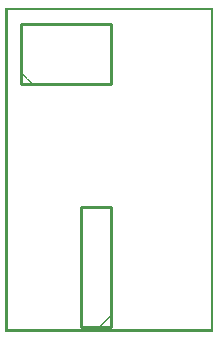
<source format=gto>
G04 MADE WITH FRITZING*
G04 WWW.FRITZING.ORG*
G04 DOUBLE SIDED*
G04 HOLES PLATED*
G04 CONTOUR ON CENTER OF CONTOUR VECTOR*
%ASAXBY*%
%FSLAX23Y23*%
%MOIN*%
%OFA0B0*%
%SFA1.0B1.0*%
%ADD10C,0.010000*%
%ADD11R,0.001000X0.001000*%
%LNSILK1*%
G90*
G70*
G54D10*
X52Y828D02*
X352Y828D01*
D02*
X352Y828D02*
X352Y1028D01*
D02*
X352Y1028D02*
X52Y1028D01*
D02*
X52Y1028D02*
X52Y828D01*
D02*
X352Y18D02*
X352Y418D01*
D02*
X352Y418D02*
X252Y418D01*
D02*
X252Y418D02*
X252Y18D01*
D02*
X252Y18D02*
X352Y18D01*
G54D11*
X0Y1080D02*
X692Y1080D01*
X0Y1079D02*
X692Y1079D01*
X0Y1078D02*
X692Y1078D01*
X0Y1077D02*
X692Y1077D01*
X0Y1076D02*
X692Y1076D01*
X0Y1075D02*
X692Y1075D01*
X0Y1074D02*
X692Y1074D01*
X0Y1073D02*
X692Y1073D01*
X0Y1072D02*
X7Y1072D01*
X685Y1072D02*
X692Y1072D01*
X0Y1071D02*
X7Y1071D01*
X685Y1071D02*
X692Y1071D01*
X0Y1070D02*
X7Y1070D01*
X685Y1070D02*
X692Y1070D01*
X0Y1069D02*
X7Y1069D01*
X685Y1069D02*
X692Y1069D01*
X0Y1068D02*
X7Y1068D01*
X685Y1068D02*
X692Y1068D01*
X0Y1067D02*
X7Y1067D01*
X685Y1067D02*
X692Y1067D01*
X0Y1066D02*
X7Y1066D01*
X685Y1066D02*
X692Y1066D01*
X0Y1065D02*
X7Y1065D01*
X685Y1065D02*
X692Y1065D01*
X0Y1064D02*
X7Y1064D01*
X685Y1064D02*
X692Y1064D01*
X0Y1063D02*
X7Y1063D01*
X685Y1063D02*
X692Y1063D01*
X0Y1062D02*
X7Y1062D01*
X685Y1062D02*
X692Y1062D01*
X0Y1061D02*
X7Y1061D01*
X685Y1061D02*
X692Y1061D01*
X0Y1060D02*
X7Y1060D01*
X685Y1060D02*
X692Y1060D01*
X0Y1059D02*
X7Y1059D01*
X685Y1059D02*
X692Y1059D01*
X0Y1058D02*
X7Y1058D01*
X685Y1058D02*
X692Y1058D01*
X0Y1057D02*
X7Y1057D01*
X685Y1057D02*
X692Y1057D01*
X0Y1056D02*
X7Y1056D01*
X685Y1056D02*
X692Y1056D01*
X0Y1055D02*
X7Y1055D01*
X685Y1055D02*
X692Y1055D01*
X0Y1054D02*
X7Y1054D01*
X685Y1054D02*
X692Y1054D01*
X0Y1053D02*
X7Y1053D01*
X685Y1053D02*
X692Y1053D01*
X0Y1052D02*
X7Y1052D01*
X685Y1052D02*
X692Y1052D01*
X0Y1051D02*
X7Y1051D01*
X685Y1051D02*
X692Y1051D01*
X0Y1050D02*
X7Y1050D01*
X685Y1050D02*
X692Y1050D01*
X0Y1049D02*
X7Y1049D01*
X685Y1049D02*
X692Y1049D01*
X0Y1048D02*
X7Y1048D01*
X685Y1048D02*
X692Y1048D01*
X0Y1047D02*
X7Y1047D01*
X685Y1047D02*
X692Y1047D01*
X0Y1046D02*
X7Y1046D01*
X685Y1046D02*
X692Y1046D01*
X0Y1045D02*
X7Y1045D01*
X685Y1045D02*
X692Y1045D01*
X0Y1044D02*
X7Y1044D01*
X685Y1044D02*
X692Y1044D01*
X0Y1043D02*
X7Y1043D01*
X685Y1043D02*
X692Y1043D01*
X0Y1042D02*
X7Y1042D01*
X685Y1042D02*
X692Y1042D01*
X0Y1041D02*
X7Y1041D01*
X685Y1041D02*
X692Y1041D01*
X0Y1040D02*
X7Y1040D01*
X685Y1040D02*
X692Y1040D01*
X0Y1039D02*
X7Y1039D01*
X685Y1039D02*
X692Y1039D01*
X0Y1038D02*
X7Y1038D01*
X685Y1038D02*
X692Y1038D01*
X0Y1037D02*
X7Y1037D01*
X685Y1037D02*
X692Y1037D01*
X0Y1036D02*
X7Y1036D01*
X685Y1036D02*
X692Y1036D01*
X0Y1035D02*
X7Y1035D01*
X685Y1035D02*
X692Y1035D01*
X0Y1034D02*
X7Y1034D01*
X685Y1034D02*
X692Y1034D01*
X0Y1033D02*
X7Y1033D01*
X685Y1033D02*
X692Y1033D01*
X0Y1032D02*
X7Y1032D01*
X685Y1032D02*
X692Y1032D01*
X0Y1031D02*
X7Y1031D01*
X685Y1031D02*
X692Y1031D01*
X0Y1030D02*
X7Y1030D01*
X685Y1030D02*
X692Y1030D01*
X0Y1029D02*
X7Y1029D01*
X685Y1029D02*
X692Y1029D01*
X0Y1028D02*
X7Y1028D01*
X685Y1028D02*
X692Y1028D01*
X0Y1027D02*
X7Y1027D01*
X685Y1027D02*
X692Y1027D01*
X0Y1026D02*
X7Y1026D01*
X685Y1026D02*
X692Y1026D01*
X0Y1025D02*
X7Y1025D01*
X685Y1025D02*
X692Y1025D01*
X0Y1024D02*
X7Y1024D01*
X685Y1024D02*
X692Y1024D01*
X0Y1023D02*
X7Y1023D01*
X685Y1023D02*
X692Y1023D01*
X0Y1022D02*
X7Y1022D01*
X685Y1022D02*
X692Y1022D01*
X0Y1021D02*
X7Y1021D01*
X685Y1021D02*
X692Y1021D01*
X0Y1020D02*
X7Y1020D01*
X685Y1020D02*
X692Y1020D01*
X0Y1019D02*
X7Y1019D01*
X685Y1019D02*
X692Y1019D01*
X0Y1018D02*
X7Y1018D01*
X685Y1018D02*
X692Y1018D01*
X0Y1017D02*
X7Y1017D01*
X685Y1017D02*
X692Y1017D01*
X0Y1016D02*
X7Y1016D01*
X685Y1016D02*
X692Y1016D01*
X0Y1015D02*
X7Y1015D01*
X685Y1015D02*
X692Y1015D01*
X0Y1014D02*
X7Y1014D01*
X685Y1014D02*
X692Y1014D01*
X0Y1013D02*
X7Y1013D01*
X685Y1013D02*
X692Y1013D01*
X0Y1012D02*
X7Y1012D01*
X685Y1012D02*
X692Y1012D01*
X0Y1011D02*
X7Y1011D01*
X685Y1011D02*
X692Y1011D01*
X0Y1010D02*
X7Y1010D01*
X685Y1010D02*
X692Y1010D01*
X0Y1009D02*
X7Y1009D01*
X685Y1009D02*
X692Y1009D01*
X0Y1008D02*
X7Y1008D01*
X685Y1008D02*
X692Y1008D01*
X0Y1007D02*
X7Y1007D01*
X685Y1007D02*
X692Y1007D01*
X0Y1006D02*
X7Y1006D01*
X685Y1006D02*
X692Y1006D01*
X0Y1005D02*
X7Y1005D01*
X685Y1005D02*
X692Y1005D01*
X0Y1004D02*
X7Y1004D01*
X685Y1004D02*
X692Y1004D01*
X0Y1003D02*
X7Y1003D01*
X685Y1003D02*
X692Y1003D01*
X0Y1002D02*
X7Y1002D01*
X685Y1002D02*
X692Y1002D01*
X0Y1001D02*
X7Y1001D01*
X685Y1001D02*
X692Y1001D01*
X0Y1000D02*
X7Y1000D01*
X685Y1000D02*
X692Y1000D01*
X0Y999D02*
X7Y999D01*
X685Y999D02*
X692Y999D01*
X0Y998D02*
X7Y998D01*
X685Y998D02*
X692Y998D01*
X0Y997D02*
X7Y997D01*
X685Y997D02*
X692Y997D01*
X0Y996D02*
X7Y996D01*
X685Y996D02*
X692Y996D01*
X0Y995D02*
X7Y995D01*
X685Y995D02*
X692Y995D01*
X0Y994D02*
X7Y994D01*
X685Y994D02*
X692Y994D01*
X0Y993D02*
X7Y993D01*
X685Y993D02*
X692Y993D01*
X0Y992D02*
X7Y992D01*
X685Y992D02*
X692Y992D01*
X0Y991D02*
X7Y991D01*
X685Y991D02*
X692Y991D01*
X0Y990D02*
X7Y990D01*
X685Y990D02*
X692Y990D01*
X0Y989D02*
X7Y989D01*
X685Y989D02*
X692Y989D01*
X0Y988D02*
X7Y988D01*
X685Y988D02*
X692Y988D01*
X0Y987D02*
X7Y987D01*
X685Y987D02*
X692Y987D01*
X0Y986D02*
X7Y986D01*
X685Y986D02*
X692Y986D01*
X0Y985D02*
X7Y985D01*
X685Y985D02*
X692Y985D01*
X0Y984D02*
X7Y984D01*
X685Y984D02*
X692Y984D01*
X0Y983D02*
X7Y983D01*
X685Y983D02*
X692Y983D01*
X0Y982D02*
X7Y982D01*
X685Y982D02*
X692Y982D01*
X0Y981D02*
X7Y981D01*
X685Y981D02*
X692Y981D01*
X0Y980D02*
X7Y980D01*
X685Y980D02*
X692Y980D01*
X0Y979D02*
X7Y979D01*
X685Y979D02*
X692Y979D01*
X0Y978D02*
X7Y978D01*
X685Y978D02*
X692Y978D01*
X0Y977D02*
X7Y977D01*
X685Y977D02*
X692Y977D01*
X0Y976D02*
X7Y976D01*
X685Y976D02*
X692Y976D01*
X0Y975D02*
X7Y975D01*
X685Y975D02*
X692Y975D01*
X0Y974D02*
X7Y974D01*
X685Y974D02*
X692Y974D01*
X0Y973D02*
X7Y973D01*
X685Y973D02*
X692Y973D01*
X0Y972D02*
X7Y972D01*
X685Y972D02*
X692Y972D01*
X0Y971D02*
X7Y971D01*
X685Y971D02*
X692Y971D01*
X0Y970D02*
X7Y970D01*
X685Y970D02*
X692Y970D01*
X0Y969D02*
X7Y969D01*
X685Y969D02*
X692Y969D01*
X0Y968D02*
X7Y968D01*
X685Y968D02*
X692Y968D01*
X0Y967D02*
X7Y967D01*
X685Y967D02*
X692Y967D01*
X0Y966D02*
X7Y966D01*
X685Y966D02*
X692Y966D01*
X0Y965D02*
X7Y965D01*
X685Y965D02*
X692Y965D01*
X0Y964D02*
X7Y964D01*
X685Y964D02*
X692Y964D01*
X0Y963D02*
X7Y963D01*
X685Y963D02*
X692Y963D01*
X0Y962D02*
X7Y962D01*
X685Y962D02*
X692Y962D01*
X0Y961D02*
X7Y961D01*
X685Y961D02*
X692Y961D01*
X0Y960D02*
X7Y960D01*
X685Y960D02*
X692Y960D01*
X0Y959D02*
X7Y959D01*
X685Y959D02*
X692Y959D01*
X0Y958D02*
X7Y958D01*
X685Y958D02*
X692Y958D01*
X0Y957D02*
X7Y957D01*
X685Y957D02*
X692Y957D01*
X0Y956D02*
X7Y956D01*
X685Y956D02*
X692Y956D01*
X0Y955D02*
X7Y955D01*
X685Y955D02*
X692Y955D01*
X0Y954D02*
X7Y954D01*
X685Y954D02*
X692Y954D01*
X0Y953D02*
X7Y953D01*
X685Y953D02*
X692Y953D01*
X0Y952D02*
X7Y952D01*
X685Y952D02*
X692Y952D01*
X0Y951D02*
X7Y951D01*
X685Y951D02*
X692Y951D01*
X0Y950D02*
X7Y950D01*
X685Y950D02*
X692Y950D01*
X0Y949D02*
X7Y949D01*
X685Y949D02*
X692Y949D01*
X0Y948D02*
X7Y948D01*
X685Y948D02*
X692Y948D01*
X0Y947D02*
X7Y947D01*
X685Y947D02*
X692Y947D01*
X0Y946D02*
X7Y946D01*
X685Y946D02*
X692Y946D01*
X0Y945D02*
X7Y945D01*
X685Y945D02*
X692Y945D01*
X0Y944D02*
X7Y944D01*
X685Y944D02*
X692Y944D01*
X0Y943D02*
X7Y943D01*
X685Y943D02*
X692Y943D01*
X0Y942D02*
X7Y942D01*
X685Y942D02*
X692Y942D01*
X0Y941D02*
X7Y941D01*
X685Y941D02*
X692Y941D01*
X0Y940D02*
X7Y940D01*
X685Y940D02*
X692Y940D01*
X0Y939D02*
X7Y939D01*
X685Y939D02*
X692Y939D01*
X0Y938D02*
X7Y938D01*
X685Y938D02*
X692Y938D01*
X0Y937D02*
X7Y937D01*
X685Y937D02*
X692Y937D01*
X0Y936D02*
X7Y936D01*
X685Y936D02*
X692Y936D01*
X0Y935D02*
X7Y935D01*
X685Y935D02*
X692Y935D01*
X0Y934D02*
X7Y934D01*
X685Y934D02*
X692Y934D01*
X0Y933D02*
X7Y933D01*
X685Y933D02*
X692Y933D01*
X0Y932D02*
X7Y932D01*
X685Y932D02*
X692Y932D01*
X0Y931D02*
X7Y931D01*
X685Y931D02*
X692Y931D01*
X0Y930D02*
X7Y930D01*
X685Y930D02*
X692Y930D01*
X0Y929D02*
X7Y929D01*
X685Y929D02*
X692Y929D01*
X0Y928D02*
X7Y928D01*
X685Y928D02*
X692Y928D01*
X0Y927D02*
X7Y927D01*
X685Y927D02*
X692Y927D01*
X0Y926D02*
X7Y926D01*
X685Y926D02*
X692Y926D01*
X0Y925D02*
X7Y925D01*
X685Y925D02*
X692Y925D01*
X0Y924D02*
X7Y924D01*
X685Y924D02*
X692Y924D01*
X0Y923D02*
X7Y923D01*
X685Y923D02*
X692Y923D01*
X0Y922D02*
X7Y922D01*
X685Y922D02*
X692Y922D01*
X0Y921D02*
X7Y921D01*
X685Y921D02*
X692Y921D01*
X0Y920D02*
X7Y920D01*
X685Y920D02*
X692Y920D01*
X0Y919D02*
X7Y919D01*
X685Y919D02*
X692Y919D01*
X0Y918D02*
X7Y918D01*
X685Y918D02*
X692Y918D01*
X0Y917D02*
X7Y917D01*
X685Y917D02*
X692Y917D01*
X0Y916D02*
X7Y916D01*
X685Y916D02*
X692Y916D01*
X0Y915D02*
X7Y915D01*
X685Y915D02*
X692Y915D01*
X0Y914D02*
X7Y914D01*
X685Y914D02*
X692Y914D01*
X0Y913D02*
X7Y913D01*
X685Y913D02*
X692Y913D01*
X0Y912D02*
X7Y912D01*
X685Y912D02*
X692Y912D01*
X0Y911D02*
X7Y911D01*
X685Y911D02*
X692Y911D01*
X0Y910D02*
X7Y910D01*
X685Y910D02*
X692Y910D01*
X0Y909D02*
X7Y909D01*
X685Y909D02*
X692Y909D01*
X0Y908D02*
X7Y908D01*
X685Y908D02*
X692Y908D01*
X0Y907D02*
X7Y907D01*
X685Y907D02*
X692Y907D01*
X0Y906D02*
X7Y906D01*
X685Y906D02*
X692Y906D01*
X0Y905D02*
X7Y905D01*
X685Y905D02*
X692Y905D01*
X0Y904D02*
X7Y904D01*
X685Y904D02*
X692Y904D01*
X0Y903D02*
X7Y903D01*
X685Y903D02*
X692Y903D01*
X0Y902D02*
X7Y902D01*
X685Y902D02*
X692Y902D01*
X0Y901D02*
X7Y901D01*
X685Y901D02*
X692Y901D01*
X0Y900D02*
X7Y900D01*
X685Y900D02*
X692Y900D01*
X0Y899D02*
X7Y899D01*
X685Y899D02*
X692Y899D01*
X0Y898D02*
X7Y898D01*
X685Y898D02*
X692Y898D01*
X0Y897D02*
X7Y897D01*
X685Y897D02*
X692Y897D01*
X0Y896D02*
X7Y896D01*
X685Y896D02*
X692Y896D01*
X0Y895D02*
X7Y895D01*
X685Y895D02*
X692Y895D01*
X0Y894D02*
X7Y894D01*
X685Y894D02*
X692Y894D01*
X0Y893D02*
X7Y893D01*
X685Y893D02*
X692Y893D01*
X0Y892D02*
X7Y892D01*
X685Y892D02*
X692Y892D01*
X0Y891D02*
X7Y891D01*
X685Y891D02*
X692Y891D01*
X0Y890D02*
X7Y890D01*
X685Y890D02*
X692Y890D01*
X0Y889D02*
X7Y889D01*
X685Y889D02*
X692Y889D01*
X0Y888D02*
X7Y888D01*
X685Y888D02*
X692Y888D01*
X0Y887D02*
X7Y887D01*
X685Y887D02*
X692Y887D01*
X0Y886D02*
X7Y886D01*
X685Y886D02*
X692Y886D01*
X0Y885D02*
X7Y885D01*
X685Y885D02*
X692Y885D01*
X0Y884D02*
X7Y884D01*
X685Y884D02*
X692Y884D01*
X0Y883D02*
X7Y883D01*
X685Y883D02*
X692Y883D01*
X0Y882D02*
X7Y882D01*
X685Y882D02*
X692Y882D01*
X0Y881D02*
X7Y881D01*
X685Y881D02*
X692Y881D01*
X0Y880D02*
X7Y880D01*
X685Y880D02*
X692Y880D01*
X0Y879D02*
X7Y879D01*
X685Y879D02*
X692Y879D01*
X0Y878D02*
X7Y878D01*
X685Y878D02*
X692Y878D01*
X0Y877D02*
X7Y877D01*
X685Y877D02*
X692Y877D01*
X0Y876D02*
X7Y876D01*
X685Y876D02*
X692Y876D01*
X0Y875D02*
X7Y875D01*
X685Y875D02*
X692Y875D01*
X0Y874D02*
X7Y874D01*
X685Y874D02*
X692Y874D01*
X0Y873D02*
X7Y873D01*
X685Y873D02*
X692Y873D01*
X0Y872D02*
X7Y872D01*
X685Y872D02*
X692Y872D01*
X0Y871D02*
X7Y871D01*
X685Y871D02*
X692Y871D01*
X0Y870D02*
X7Y870D01*
X685Y870D02*
X692Y870D01*
X0Y869D02*
X7Y869D01*
X685Y869D02*
X692Y869D01*
X0Y868D02*
X7Y868D01*
X685Y868D02*
X692Y868D01*
X0Y867D02*
X7Y867D01*
X685Y867D02*
X692Y867D01*
X0Y866D02*
X7Y866D01*
X685Y866D02*
X692Y866D01*
X0Y865D02*
X7Y865D01*
X54Y865D02*
X54Y865D01*
X685Y865D02*
X692Y865D01*
X0Y864D02*
X7Y864D01*
X53Y864D02*
X55Y864D01*
X685Y864D02*
X692Y864D01*
X0Y863D02*
X7Y863D01*
X52Y863D02*
X56Y863D01*
X685Y863D02*
X692Y863D01*
X0Y862D02*
X7Y862D01*
X51Y862D02*
X57Y862D01*
X685Y862D02*
X692Y862D01*
X0Y861D02*
X7Y861D01*
X52Y861D02*
X58Y861D01*
X685Y861D02*
X692Y861D01*
X0Y860D02*
X7Y860D01*
X53Y860D02*
X59Y860D01*
X685Y860D02*
X692Y860D01*
X0Y859D02*
X7Y859D01*
X54Y859D02*
X60Y859D01*
X685Y859D02*
X692Y859D01*
X0Y858D02*
X7Y858D01*
X55Y858D02*
X61Y858D01*
X685Y858D02*
X692Y858D01*
X0Y857D02*
X7Y857D01*
X56Y857D02*
X62Y857D01*
X685Y857D02*
X692Y857D01*
X0Y856D02*
X7Y856D01*
X57Y856D02*
X63Y856D01*
X685Y856D02*
X692Y856D01*
X0Y855D02*
X7Y855D01*
X58Y855D02*
X64Y855D01*
X685Y855D02*
X692Y855D01*
X0Y854D02*
X7Y854D01*
X59Y854D02*
X65Y854D01*
X685Y854D02*
X692Y854D01*
X0Y853D02*
X7Y853D01*
X60Y853D02*
X66Y853D01*
X685Y853D02*
X692Y853D01*
X0Y852D02*
X7Y852D01*
X61Y852D02*
X67Y852D01*
X685Y852D02*
X692Y852D01*
X0Y851D02*
X7Y851D01*
X62Y851D02*
X67Y851D01*
X685Y851D02*
X692Y851D01*
X0Y850D02*
X7Y850D01*
X63Y850D02*
X68Y850D01*
X685Y850D02*
X692Y850D01*
X0Y849D02*
X7Y849D01*
X64Y849D02*
X69Y849D01*
X685Y849D02*
X692Y849D01*
X0Y848D02*
X7Y848D01*
X65Y848D02*
X70Y848D01*
X685Y848D02*
X692Y848D01*
X0Y847D02*
X7Y847D01*
X66Y847D02*
X71Y847D01*
X685Y847D02*
X692Y847D01*
X0Y846D02*
X7Y846D01*
X67Y846D02*
X72Y846D01*
X685Y846D02*
X692Y846D01*
X0Y845D02*
X7Y845D01*
X68Y845D02*
X73Y845D01*
X685Y845D02*
X692Y845D01*
X0Y844D02*
X7Y844D01*
X69Y844D02*
X75Y844D01*
X685Y844D02*
X692Y844D01*
X0Y843D02*
X7Y843D01*
X70Y843D02*
X76Y843D01*
X685Y843D02*
X692Y843D01*
X0Y842D02*
X7Y842D01*
X71Y842D02*
X77Y842D01*
X685Y842D02*
X692Y842D01*
X0Y841D02*
X7Y841D01*
X72Y841D02*
X78Y841D01*
X685Y841D02*
X692Y841D01*
X0Y840D02*
X7Y840D01*
X73Y840D02*
X79Y840D01*
X685Y840D02*
X692Y840D01*
X0Y839D02*
X7Y839D01*
X74Y839D02*
X80Y839D01*
X685Y839D02*
X692Y839D01*
X0Y838D02*
X7Y838D01*
X75Y838D02*
X81Y838D01*
X685Y838D02*
X692Y838D01*
X0Y837D02*
X7Y837D01*
X76Y837D02*
X82Y837D01*
X685Y837D02*
X692Y837D01*
X0Y836D02*
X7Y836D01*
X77Y836D02*
X83Y836D01*
X685Y836D02*
X692Y836D01*
X0Y835D02*
X7Y835D01*
X78Y835D02*
X84Y835D01*
X685Y835D02*
X692Y835D01*
X0Y834D02*
X7Y834D01*
X79Y834D02*
X85Y834D01*
X685Y834D02*
X692Y834D01*
X0Y833D02*
X7Y833D01*
X80Y833D02*
X86Y833D01*
X685Y833D02*
X692Y833D01*
X0Y832D02*
X7Y832D01*
X81Y832D02*
X87Y832D01*
X685Y832D02*
X692Y832D01*
X0Y831D02*
X7Y831D01*
X82Y831D02*
X88Y831D01*
X685Y831D02*
X692Y831D01*
X0Y830D02*
X7Y830D01*
X83Y830D02*
X88Y830D01*
X685Y830D02*
X692Y830D01*
X0Y829D02*
X7Y829D01*
X84Y829D02*
X87Y829D01*
X685Y829D02*
X692Y829D01*
X0Y828D02*
X7Y828D01*
X85Y828D02*
X86Y828D01*
X685Y828D02*
X692Y828D01*
X0Y827D02*
X7Y827D01*
X685Y827D02*
X692Y827D01*
X0Y826D02*
X7Y826D01*
X685Y826D02*
X692Y826D01*
X0Y825D02*
X7Y825D01*
X685Y825D02*
X692Y825D01*
X0Y824D02*
X7Y824D01*
X685Y824D02*
X692Y824D01*
X0Y823D02*
X7Y823D01*
X685Y823D02*
X692Y823D01*
X0Y822D02*
X7Y822D01*
X685Y822D02*
X692Y822D01*
X0Y821D02*
X7Y821D01*
X685Y821D02*
X692Y821D01*
X0Y820D02*
X7Y820D01*
X685Y820D02*
X692Y820D01*
X0Y819D02*
X7Y819D01*
X685Y819D02*
X692Y819D01*
X0Y818D02*
X7Y818D01*
X685Y818D02*
X692Y818D01*
X0Y817D02*
X7Y817D01*
X685Y817D02*
X692Y817D01*
X0Y816D02*
X7Y816D01*
X685Y816D02*
X692Y816D01*
X0Y815D02*
X7Y815D01*
X685Y815D02*
X692Y815D01*
X0Y814D02*
X7Y814D01*
X685Y814D02*
X692Y814D01*
X0Y813D02*
X7Y813D01*
X685Y813D02*
X692Y813D01*
X0Y812D02*
X7Y812D01*
X685Y812D02*
X692Y812D01*
X0Y811D02*
X7Y811D01*
X685Y811D02*
X692Y811D01*
X0Y810D02*
X7Y810D01*
X685Y810D02*
X692Y810D01*
X0Y809D02*
X7Y809D01*
X685Y809D02*
X692Y809D01*
X0Y808D02*
X7Y808D01*
X685Y808D02*
X692Y808D01*
X0Y807D02*
X7Y807D01*
X685Y807D02*
X692Y807D01*
X0Y806D02*
X7Y806D01*
X685Y806D02*
X692Y806D01*
X0Y805D02*
X7Y805D01*
X685Y805D02*
X692Y805D01*
X0Y804D02*
X7Y804D01*
X685Y804D02*
X692Y804D01*
X0Y803D02*
X7Y803D01*
X685Y803D02*
X692Y803D01*
X0Y802D02*
X7Y802D01*
X685Y802D02*
X692Y802D01*
X0Y801D02*
X7Y801D01*
X685Y801D02*
X692Y801D01*
X0Y800D02*
X7Y800D01*
X685Y800D02*
X692Y800D01*
X0Y799D02*
X7Y799D01*
X685Y799D02*
X692Y799D01*
X0Y798D02*
X7Y798D01*
X685Y798D02*
X692Y798D01*
X0Y797D02*
X7Y797D01*
X685Y797D02*
X692Y797D01*
X0Y796D02*
X7Y796D01*
X685Y796D02*
X692Y796D01*
X0Y795D02*
X7Y795D01*
X685Y795D02*
X692Y795D01*
X0Y794D02*
X7Y794D01*
X685Y794D02*
X692Y794D01*
X0Y793D02*
X7Y793D01*
X685Y793D02*
X692Y793D01*
X0Y792D02*
X7Y792D01*
X685Y792D02*
X692Y792D01*
X0Y791D02*
X7Y791D01*
X685Y791D02*
X692Y791D01*
X0Y790D02*
X7Y790D01*
X685Y790D02*
X692Y790D01*
X0Y789D02*
X7Y789D01*
X685Y789D02*
X692Y789D01*
X0Y788D02*
X7Y788D01*
X685Y788D02*
X692Y788D01*
X0Y787D02*
X7Y787D01*
X685Y787D02*
X692Y787D01*
X0Y786D02*
X7Y786D01*
X685Y786D02*
X692Y786D01*
X0Y785D02*
X7Y785D01*
X685Y785D02*
X692Y785D01*
X0Y784D02*
X7Y784D01*
X685Y784D02*
X692Y784D01*
X0Y783D02*
X7Y783D01*
X685Y783D02*
X692Y783D01*
X0Y782D02*
X7Y782D01*
X685Y782D02*
X692Y782D01*
X0Y781D02*
X7Y781D01*
X685Y781D02*
X692Y781D01*
X0Y780D02*
X7Y780D01*
X685Y780D02*
X692Y780D01*
X0Y779D02*
X7Y779D01*
X685Y779D02*
X692Y779D01*
X0Y778D02*
X7Y778D01*
X685Y778D02*
X692Y778D01*
X0Y777D02*
X7Y777D01*
X685Y777D02*
X692Y777D01*
X0Y776D02*
X7Y776D01*
X685Y776D02*
X692Y776D01*
X0Y775D02*
X7Y775D01*
X685Y775D02*
X692Y775D01*
X0Y774D02*
X7Y774D01*
X685Y774D02*
X692Y774D01*
X0Y773D02*
X7Y773D01*
X685Y773D02*
X692Y773D01*
X0Y772D02*
X7Y772D01*
X685Y772D02*
X692Y772D01*
X0Y771D02*
X7Y771D01*
X685Y771D02*
X692Y771D01*
X0Y770D02*
X7Y770D01*
X685Y770D02*
X692Y770D01*
X0Y769D02*
X7Y769D01*
X685Y769D02*
X692Y769D01*
X0Y768D02*
X7Y768D01*
X685Y768D02*
X692Y768D01*
X0Y767D02*
X7Y767D01*
X685Y767D02*
X692Y767D01*
X0Y766D02*
X7Y766D01*
X685Y766D02*
X692Y766D01*
X0Y765D02*
X7Y765D01*
X685Y765D02*
X692Y765D01*
X0Y764D02*
X7Y764D01*
X685Y764D02*
X692Y764D01*
X0Y763D02*
X7Y763D01*
X685Y763D02*
X692Y763D01*
X0Y762D02*
X7Y762D01*
X685Y762D02*
X692Y762D01*
X0Y761D02*
X7Y761D01*
X685Y761D02*
X692Y761D01*
X0Y760D02*
X7Y760D01*
X685Y760D02*
X692Y760D01*
X0Y759D02*
X7Y759D01*
X685Y759D02*
X692Y759D01*
X0Y758D02*
X7Y758D01*
X685Y758D02*
X692Y758D01*
X0Y757D02*
X7Y757D01*
X685Y757D02*
X692Y757D01*
X0Y756D02*
X7Y756D01*
X685Y756D02*
X692Y756D01*
X0Y755D02*
X7Y755D01*
X685Y755D02*
X692Y755D01*
X0Y754D02*
X7Y754D01*
X685Y754D02*
X692Y754D01*
X0Y753D02*
X7Y753D01*
X685Y753D02*
X692Y753D01*
X0Y752D02*
X7Y752D01*
X685Y752D02*
X692Y752D01*
X0Y751D02*
X7Y751D01*
X685Y751D02*
X692Y751D01*
X0Y750D02*
X7Y750D01*
X685Y750D02*
X692Y750D01*
X0Y749D02*
X7Y749D01*
X685Y749D02*
X692Y749D01*
X0Y748D02*
X7Y748D01*
X685Y748D02*
X692Y748D01*
X0Y747D02*
X7Y747D01*
X685Y747D02*
X692Y747D01*
X0Y746D02*
X7Y746D01*
X685Y746D02*
X692Y746D01*
X0Y745D02*
X7Y745D01*
X685Y745D02*
X692Y745D01*
X0Y744D02*
X7Y744D01*
X685Y744D02*
X692Y744D01*
X0Y743D02*
X7Y743D01*
X685Y743D02*
X692Y743D01*
X0Y742D02*
X7Y742D01*
X685Y742D02*
X692Y742D01*
X0Y741D02*
X7Y741D01*
X685Y741D02*
X692Y741D01*
X0Y740D02*
X7Y740D01*
X685Y740D02*
X692Y740D01*
X0Y739D02*
X7Y739D01*
X685Y739D02*
X692Y739D01*
X0Y738D02*
X7Y738D01*
X685Y738D02*
X692Y738D01*
X0Y737D02*
X7Y737D01*
X685Y737D02*
X692Y737D01*
X0Y736D02*
X7Y736D01*
X685Y736D02*
X692Y736D01*
X0Y735D02*
X7Y735D01*
X685Y735D02*
X692Y735D01*
X0Y734D02*
X7Y734D01*
X685Y734D02*
X692Y734D01*
X0Y733D02*
X7Y733D01*
X685Y733D02*
X692Y733D01*
X0Y732D02*
X7Y732D01*
X685Y732D02*
X692Y732D01*
X0Y731D02*
X7Y731D01*
X685Y731D02*
X692Y731D01*
X0Y730D02*
X7Y730D01*
X685Y730D02*
X692Y730D01*
X0Y729D02*
X7Y729D01*
X685Y729D02*
X692Y729D01*
X0Y728D02*
X7Y728D01*
X685Y728D02*
X692Y728D01*
X0Y727D02*
X7Y727D01*
X685Y727D02*
X692Y727D01*
X0Y726D02*
X7Y726D01*
X685Y726D02*
X692Y726D01*
X0Y725D02*
X7Y725D01*
X685Y725D02*
X692Y725D01*
X0Y724D02*
X7Y724D01*
X685Y724D02*
X692Y724D01*
X0Y723D02*
X7Y723D01*
X685Y723D02*
X692Y723D01*
X0Y722D02*
X7Y722D01*
X685Y722D02*
X692Y722D01*
X0Y721D02*
X7Y721D01*
X685Y721D02*
X692Y721D01*
X0Y720D02*
X7Y720D01*
X685Y720D02*
X692Y720D01*
X0Y719D02*
X7Y719D01*
X685Y719D02*
X692Y719D01*
X0Y718D02*
X7Y718D01*
X685Y718D02*
X692Y718D01*
X0Y717D02*
X7Y717D01*
X685Y717D02*
X692Y717D01*
X0Y716D02*
X7Y716D01*
X685Y716D02*
X692Y716D01*
X0Y715D02*
X7Y715D01*
X685Y715D02*
X692Y715D01*
X0Y714D02*
X7Y714D01*
X685Y714D02*
X692Y714D01*
X0Y713D02*
X7Y713D01*
X685Y713D02*
X692Y713D01*
X0Y712D02*
X7Y712D01*
X685Y712D02*
X692Y712D01*
X0Y711D02*
X7Y711D01*
X685Y711D02*
X692Y711D01*
X0Y710D02*
X7Y710D01*
X685Y710D02*
X692Y710D01*
X0Y709D02*
X7Y709D01*
X685Y709D02*
X692Y709D01*
X0Y708D02*
X7Y708D01*
X685Y708D02*
X692Y708D01*
X0Y707D02*
X7Y707D01*
X685Y707D02*
X692Y707D01*
X0Y706D02*
X7Y706D01*
X685Y706D02*
X692Y706D01*
X0Y705D02*
X7Y705D01*
X685Y705D02*
X692Y705D01*
X0Y704D02*
X7Y704D01*
X685Y704D02*
X692Y704D01*
X0Y703D02*
X7Y703D01*
X685Y703D02*
X692Y703D01*
X0Y702D02*
X7Y702D01*
X685Y702D02*
X692Y702D01*
X0Y701D02*
X7Y701D01*
X685Y701D02*
X692Y701D01*
X0Y700D02*
X7Y700D01*
X685Y700D02*
X692Y700D01*
X0Y699D02*
X7Y699D01*
X685Y699D02*
X692Y699D01*
X0Y698D02*
X7Y698D01*
X685Y698D02*
X692Y698D01*
X0Y697D02*
X7Y697D01*
X685Y697D02*
X692Y697D01*
X0Y696D02*
X7Y696D01*
X685Y696D02*
X692Y696D01*
X0Y695D02*
X7Y695D01*
X685Y695D02*
X692Y695D01*
X0Y694D02*
X7Y694D01*
X685Y694D02*
X692Y694D01*
X0Y693D02*
X7Y693D01*
X685Y693D02*
X692Y693D01*
X0Y692D02*
X7Y692D01*
X685Y692D02*
X692Y692D01*
X0Y691D02*
X7Y691D01*
X685Y691D02*
X692Y691D01*
X0Y690D02*
X7Y690D01*
X685Y690D02*
X692Y690D01*
X0Y689D02*
X7Y689D01*
X685Y689D02*
X692Y689D01*
X0Y688D02*
X7Y688D01*
X685Y688D02*
X692Y688D01*
X0Y687D02*
X7Y687D01*
X685Y687D02*
X692Y687D01*
X0Y686D02*
X7Y686D01*
X685Y686D02*
X692Y686D01*
X0Y685D02*
X7Y685D01*
X685Y685D02*
X692Y685D01*
X0Y684D02*
X7Y684D01*
X685Y684D02*
X692Y684D01*
X0Y683D02*
X7Y683D01*
X685Y683D02*
X692Y683D01*
X0Y682D02*
X7Y682D01*
X685Y682D02*
X692Y682D01*
X0Y681D02*
X7Y681D01*
X685Y681D02*
X692Y681D01*
X0Y680D02*
X7Y680D01*
X685Y680D02*
X692Y680D01*
X0Y679D02*
X7Y679D01*
X685Y679D02*
X692Y679D01*
X0Y678D02*
X7Y678D01*
X685Y678D02*
X692Y678D01*
X0Y677D02*
X7Y677D01*
X685Y677D02*
X692Y677D01*
X0Y676D02*
X7Y676D01*
X685Y676D02*
X692Y676D01*
X0Y675D02*
X7Y675D01*
X685Y675D02*
X692Y675D01*
X0Y674D02*
X7Y674D01*
X685Y674D02*
X692Y674D01*
X0Y673D02*
X7Y673D01*
X685Y673D02*
X692Y673D01*
X0Y672D02*
X7Y672D01*
X685Y672D02*
X692Y672D01*
X0Y671D02*
X7Y671D01*
X685Y671D02*
X692Y671D01*
X0Y670D02*
X7Y670D01*
X685Y670D02*
X692Y670D01*
X0Y669D02*
X7Y669D01*
X685Y669D02*
X692Y669D01*
X0Y668D02*
X7Y668D01*
X685Y668D02*
X692Y668D01*
X0Y667D02*
X7Y667D01*
X685Y667D02*
X692Y667D01*
X0Y666D02*
X7Y666D01*
X685Y666D02*
X692Y666D01*
X0Y665D02*
X7Y665D01*
X685Y665D02*
X692Y665D01*
X0Y664D02*
X7Y664D01*
X685Y664D02*
X692Y664D01*
X0Y663D02*
X7Y663D01*
X685Y663D02*
X692Y663D01*
X0Y662D02*
X7Y662D01*
X685Y662D02*
X692Y662D01*
X0Y661D02*
X7Y661D01*
X685Y661D02*
X692Y661D01*
X0Y660D02*
X7Y660D01*
X685Y660D02*
X692Y660D01*
X0Y659D02*
X7Y659D01*
X685Y659D02*
X692Y659D01*
X0Y658D02*
X7Y658D01*
X685Y658D02*
X692Y658D01*
X0Y657D02*
X7Y657D01*
X685Y657D02*
X692Y657D01*
X0Y656D02*
X7Y656D01*
X685Y656D02*
X692Y656D01*
X0Y655D02*
X7Y655D01*
X685Y655D02*
X692Y655D01*
X0Y654D02*
X7Y654D01*
X685Y654D02*
X692Y654D01*
X0Y653D02*
X7Y653D01*
X685Y653D02*
X692Y653D01*
X0Y652D02*
X7Y652D01*
X685Y652D02*
X692Y652D01*
X0Y651D02*
X7Y651D01*
X685Y651D02*
X692Y651D01*
X0Y650D02*
X7Y650D01*
X685Y650D02*
X692Y650D01*
X0Y649D02*
X7Y649D01*
X685Y649D02*
X692Y649D01*
X0Y648D02*
X7Y648D01*
X685Y648D02*
X692Y648D01*
X0Y647D02*
X7Y647D01*
X685Y647D02*
X692Y647D01*
X0Y646D02*
X7Y646D01*
X685Y646D02*
X692Y646D01*
X0Y645D02*
X7Y645D01*
X685Y645D02*
X692Y645D01*
X0Y644D02*
X7Y644D01*
X685Y644D02*
X692Y644D01*
X0Y643D02*
X7Y643D01*
X685Y643D02*
X692Y643D01*
X0Y642D02*
X7Y642D01*
X685Y642D02*
X692Y642D01*
X0Y641D02*
X7Y641D01*
X685Y641D02*
X692Y641D01*
X0Y640D02*
X7Y640D01*
X685Y640D02*
X692Y640D01*
X0Y639D02*
X7Y639D01*
X685Y639D02*
X692Y639D01*
X0Y638D02*
X7Y638D01*
X685Y638D02*
X692Y638D01*
X0Y637D02*
X7Y637D01*
X685Y637D02*
X692Y637D01*
X0Y636D02*
X7Y636D01*
X685Y636D02*
X692Y636D01*
X0Y635D02*
X7Y635D01*
X685Y635D02*
X692Y635D01*
X0Y634D02*
X7Y634D01*
X685Y634D02*
X692Y634D01*
X0Y633D02*
X7Y633D01*
X685Y633D02*
X692Y633D01*
X0Y632D02*
X7Y632D01*
X685Y632D02*
X692Y632D01*
X0Y631D02*
X7Y631D01*
X685Y631D02*
X692Y631D01*
X0Y630D02*
X7Y630D01*
X685Y630D02*
X692Y630D01*
X0Y629D02*
X7Y629D01*
X685Y629D02*
X692Y629D01*
X0Y628D02*
X7Y628D01*
X685Y628D02*
X692Y628D01*
X0Y627D02*
X7Y627D01*
X685Y627D02*
X692Y627D01*
X0Y626D02*
X7Y626D01*
X685Y626D02*
X692Y626D01*
X0Y625D02*
X7Y625D01*
X685Y625D02*
X692Y625D01*
X0Y624D02*
X7Y624D01*
X685Y624D02*
X692Y624D01*
X0Y623D02*
X7Y623D01*
X685Y623D02*
X692Y623D01*
X0Y622D02*
X7Y622D01*
X685Y622D02*
X692Y622D01*
X0Y621D02*
X7Y621D01*
X685Y621D02*
X692Y621D01*
X0Y620D02*
X7Y620D01*
X685Y620D02*
X692Y620D01*
X0Y619D02*
X7Y619D01*
X685Y619D02*
X692Y619D01*
X0Y618D02*
X7Y618D01*
X685Y618D02*
X692Y618D01*
X0Y617D02*
X7Y617D01*
X685Y617D02*
X692Y617D01*
X0Y616D02*
X7Y616D01*
X685Y616D02*
X692Y616D01*
X0Y615D02*
X7Y615D01*
X685Y615D02*
X692Y615D01*
X0Y614D02*
X7Y614D01*
X685Y614D02*
X692Y614D01*
X0Y613D02*
X7Y613D01*
X685Y613D02*
X692Y613D01*
X0Y612D02*
X7Y612D01*
X685Y612D02*
X692Y612D01*
X0Y611D02*
X7Y611D01*
X685Y611D02*
X692Y611D01*
X0Y610D02*
X7Y610D01*
X685Y610D02*
X692Y610D01*
X0Y609D02*
X7Y609D01*
X685Y609D02*
X692Y609D01*
X0Y608D02*
X7Y608D01*
X685Y608D02*
X692Y608D01*
X0Y607D02*
X7Y607D01*
X685Y607D02*
X692Y607D01*
X0Y606D02*
X7Y606D01*
X685Y606D02*
X692Y606D01*
X0Y605D02*
X7Y605D01*
X685Y605D02*
X692Y605D01*
X0Y604D02*
X7Y604D01*
X685Y604D02*
X692Y604D01*
X0Y603D02*
X7Y603D01*
X685Y603D02*
X692Y603D01*
X0Y602D02*
X7Y602D01*
X685Y602D02*
X692Y602D01*
X0Y601D02*
X7Y601D01*
X685Y601D02*
X692Y601D01*
X0Y600D02*
X7Y600D01*
X685Y600D02*
X692Y600D01*
X0Y599D02*
X7Y599D01*
X685Y599D02*
X692Y599D01*
X0Y598D02*
X7Y598D01*
X685Y598D02*
X692Y598D01*
X0Y597D02*
X7Y597D01*
X685Y597D02*
X692Y597D01*
X0Y596D02*
X7Y596D01*
X685Y596D02*
X692Y596D01*
X0Y595D02*
X7Y595D01*
X685Y595D02*
X692Y595D01*
X0Y594D02*
X7Y594D01*
X685Y594D02*
X692Y594D01*
X0Y593D02*
X7Y593D01*
X685Y593D02*
X692Y593D01*
X0Y592D02*
X7Y592D01*
X685Y592D02*
X692Y592D01*
X0Y591D02*
X7Y591D01*
X685Y591D02*
X692Y591D01*
X0Y590D02*
X7Y590D01*
X685Y590D02*
X692Y590D01*
X0Y589D02*
X7Y589D01*
X685Y589D02*
X692Y589D01*
X0Y588D02*
X7Y588D01*
X685Y588D02*
X692Y588D01*
X0Y587D02*
X7Y587D01*
X685Y587D02*
X692Y587D01*
X0Y586D02*
X7Y586D01*
X685Y586D02*
X692Y586D01*
X0Y585D02*
X7Y585D01*
X685Y585D02*
X692Y585D01*
X0Y584D02*
X7Y584D01*
X685Y584D02*
X692Y584D01*
X0Y583D02*
X7Y583D01*
X685Y583D02*
X692Y583D01*
X0Y582D02*
X7Y582D01*
X685Y582D02*
X692Y582D01*
X0Y581D02*
X7Y581D01*
X685Y581D02*
X692Y581D01*
X0Y580D02*
X7Y580D01*
X685Y580D02*
X692Y580D01*
X0Y579D02*
X7Y579D01*
X685Y579D02*
X692Y579D01*
X0Y578D02*
X7Y578D01*
X685Y578D02*
X692Y578D01*
X0Y577D02*
X7Y577D01*
X685Y577D02*
X692Y577D01*
X0Y576D02*
X7Y576D01*
X685Y576D02*
X692Y576D01*
X0Y575D02*
X7Y575D01*
X685Y575D02*
X692Y575D01*
X0Y574D02*
X7Y574D01*
X685Y574D02*
X692Y574D01*
X0Y573D02*
X7Y573D01*
X685Y573D02*
X692Y573D01*
X0Y572D02*
X7Y572D01*
X685Y572D02*
X692Y572D01*
X0Y571D02*
X7Y571D01*
X685Y571D02*
X692Y571D01*
X0Y570D02*
X7Y570D01*
X685Y570D02*
X692Y570D01*
X0Y569D02*
X7Y569D01*
X685Y569D02*
X692Y569D01*
X0Y568D02*
X7Y568D01*
X685Y568D02*
X692Y568D01*
X0Y567D02*
X7Y567D01*
X685Y567D02*
X692Y567D01*
X0Y566D02*
X7Y566D01*
X685Y566D02*
X692Y566D01*
X0Y565D02*
X7Y565D01*
X685Y565D02*
X692Y565D01*
X0Y564D02*
X7Y564D01*
X685Y564D02*
X692Y564D01*
X0Y563D02*
X7Y563D01*
X685Y563D02*
X692Y563D01*
X0Y562D02*
X7Y562D01*
X685Y562D02*
X692Y562D01*
X0Y561D02*
X7Y561D01*
X685Y561D02*
X692Y561D01*
X0Y560D02*
X7Y560D01*
X685Y560D02*
X692Y560D01*
X0Y559D02*
X7Y559D01*
X685Y559D02*
X692Y559D01*
X0Y558D02*
X7Y558D01*
X685Y558D02*
X692Y558D01*
X0Y557D02*
X7Y557D01*
X685Y557D02*
X692Y557D01*
X0Y556D02*
X7Y556D01*
X685Y556D02*
X692Y556D01*
X0Y555D02*
X7Y555D01*
X685Y555D02*
X692Y555D01*
X0Y554D02*
X7Y554D01*
X685Y554D02*
X692Y554D01*
X0Y553D02*
X7Y553D01*
X685Y553D02*
X692Y553D01*
X0Y552D02*
X7Y552D01*
X685Y552D02*
X692Y552D01*
X0Y551D02*
X7Y551D01*
X685Y551D02*
X692Y551D01*
X0Y550D02*
X7Y550D01*
X685Y550D02*
X692Y550D01*
X0Y549D02*
X7Y549D01*
X685Y549D02*
X692Y549D01*
X0Y548D02*
X7Y548D01*
X685Y548D02*
X692Y548D01*
X0Y547D02*
X7Y547D01*
X685Y547D02*
X692Y547D01*
X0Y546D02*
X7Y546D01*
X685Y546D02*
X692Y546D01*
X0Y545D02*
X7Y545D01*
X685Y545D02*
X692Y545D01*
X0Y544D02*
X7Y544D01*
X685Y544D02*
X692Y544D01*
X0Y543D02*
X7Y543D01*
X685Y543D02*
X692Y543D01*
X0Y542D02*
X7Y542D01*
X685Y542D02*
X692Y542D01*
X0Y541D02*
X7Y541D01*
X685Y541D02*
X692Y541D01*
X0Y540D02*
X7Y540D01*
X685Y540D02*
X692Y540D01*
X0Y539D02*
X7Y539D01*
X685Y539D02*
X692Y539D01*
X0Y538D02*
X7Y538D01*
X685Y538D02*
X692Y538D01*
X0Y537D02*
X7Y537D01*
X685Y537D02*
X692Y537D01*
X0Y536D02*
X7Y536D01*
X685Y536D02*
X692Y536D01*
X0Y535D02*
X7Y535D01*
X685Y535D02*
X692Y535D01*
X0Y534D02*
X7Y534D01*
X685Y534D02*
X692Y534D01*
X0Y533D02*
X7Y533D01*
X685Y533D02*
X692Y533D01*
X0Y532D02*
X7Y532D01*
X685Y532D02*
X692Y532D01*
X0Y531D02*
X7Y531D01*
X685Y531D02*
X692Y531D01*
X0Y530D02*
X7Y530D01*
X685Y530D02*
X692Y530D01*
X0Y529D02*
X7Y529D01*
X685Y529D02*
X692Y529D01*
X0Y528D02*
X7Y528D01*
X685Y528D02*
X692Y528D01*
X0Y527D02*
X7Y527D01*
X685Y527D02*
X692Y527D01*
X0Y526D02*
X7Y526D01*
X685Y526D02*
X692Y526D01*
X0Y525D02*
X7Y525D01*
X685Y525D02*
X692Y525D01*
X0Y524D02*
X7Y524D01*
X685Y524D02*
X692Y524D01*
X0Y523D02*
X7Y523D01*
X685Y523D02*
X692Y523D01*
X0Y522D02*
X7Y522D01*
X685Y522D02*
X692Y522D01*
X0Y521D02*
X7Y521D01*
X685Y521D02*
X692Y521D01*
X0Y520D02*
X7Y520D01*
X685Y520D02*
X692Y520D01*
X0Y519D02*
X7Y519D01*
X685Y519D02*
X692Y519D01*
X0Y518D02*
X7Y518D01*
X685Y518D02*
X692Y518D01*
X0Y517D02*
X7Y517D01*
X685Y517D02*
X692Y517D01*
X0Y516D02*
X7Y516D01*
X685Y516D02*
X692Y516D01*
X0Y515D02*
X7Y515D01*
X685Y515D02*
X692Y515D01*
X0Y514D02*
X7Y514D01*
X685Y514D02*
X692Y514D01*
X0Y513D02*
X7Y513D01*
X685Y513D02*
X692Y513D01*
X0Y512D02*
X7Y512D01*
X685Y512D02*
X692Y512D01*
X0Y511D02*
X7Y511D01*
X685Y511D02*
X692Y511D01*
X0Y510D02*
X7Y510D01*
X685Y510D02*
X692Y510D01*
X0Y509D02*
X7Y509D01*
X685Y509D02*
X692Y509D01*
X0Y508D02*
X7Y508D01*
X685Y508D02*
X692Y508D01*
X0Y507D02*
X7Y507D01*
X685Y507D02*
X692Y507D01*
X0Y506D02*
X7Y506D01*
X685Y506D02*
X692Y506D01*
X0Y505D02*
X7Y505D01*
X685Y505D02*
X692Y505D01*
X0Y504D02*
X7Y504D01*
X685Y504D02*
X692Y504D01*
X0Y503D02*
X7Y503D01*
X685Y503D02*
X692Y503D01*
X0Y502D02*
X7Y502D01*
X685Y502D02*
X692Y502D01*
X0Y501D02*
X7Y501D01*
X685Y501D02*
X692Y501D01*
X0Y500D02*
X7Y500D01*
X685Y500D02*
X692Y500D01*
X0Y499D02*
X7Y499D01*
X685Y499D02*
X692Y499D01*
X0Y498D02*
X7Y498D01*
X685Y498D02*
X692Y498D01*
X0Y497D02*
X7Y497D01*
X685Y497D02*
X692Y497D01*
X0Y496D02*
X7Y496D01*
X685Y496D02*
X692Y496D01*
X0Y495D02*
X7Y495D01*
X685Y495D02*
X692Y495D01*
X0Y494D02*
X7Y494D01*
X685Y494D02*
X692Y494D01*
X0Y493D02*
X7Y493D01*
X685Y493D02*
X692Y493D01*
X0Y492D02*
X7Y492D01*
X685Y492D02*
X692Y492D01*
X0Y491D02*
X7Y491D01*
X685Y491D02*
X692Y491D01*
X0Y490D02*
X7Y490D01*
X685Y490D02*
X692Y490D01*
X0Y489D02*
X7Y489D01*
X685Y489D02*
X692Y489D01*
X0Y488D02*
X7Y488D01*
X685Y488D02*
X692Y488D01*
X0Y487D02*
X7Y487D01*
X685Y487D02*
X692Y487D01*
X0Y486D02*
X7Y486D01*
X685Y486D02*
X692Y486D01*
X0Y485D02*
X7Y485D01*
X685Y485D02*
X692Y485D01*
X0Y484D02*
X7Y484D01*
X685Y484D02*
X692Y484D01*
X0Y483D02*
X7Y483D01*
X685Y483D02*
X692Y483D01*
X0Y482D02*
X7Y482D01*
X685Y482D02*
X692Y482D01*
X0Y481D02*
X7Y481D01*
X685Y481D02*
X692Y481D01*
X0Y480D02*
X7Y480D01*
X685Y480D02*
X692Y480D01*
X0Y479D02*
X7Y479D01*
X685Y479D02*
X692Y479D01*
X0Y478D02*
X7Y478D01*
X685Y478D02*
X692Y478D01*
X0Y477D02*
X7Y477D01*
X685Y477D02*
X692Y477D01*
X0Y476D02*
X7Y476D01*
X685Y476D02*
X692Y476D01*
X0Y475D02*
X7Y475D01*
X685Y475D02*
X692Y475D01*
X0Y474D02*
X7Y474D01*
X685Y474D02*
X692Y474D01*
X0Y473D02*
X7Y473D01*
X685Y473D02*
X692Y473D01*
X0Y472D02*
X7Y472D01*
X685Y472D02*
X692Y472D01*
X0Y471D02*
X7Y471D01*
X685Y471D02*
X692Y471D01*
X0Y470D02*
X7Y470D01*
X685Y470D02*
X692Y470D01*
X0Y469D02*
X7Y469D01*
X685Y469D02*
X692Y469D01*
X0Y468D02*
X7Y468D01*
X685Y468D02*
X692Y468D01*
X0Y467D02*
X7Y467D01*
X685Y467D02*
X692Y467D01*
X0Y466D02*
X7Y466D01*
X685Y466D02*
X692Y466D01*
X0Y465D02*
X7Y465D01*
X685Y465D02*
X692Y465D01*
X0Y464D02*
X7Y464D01*
X685Y464D02*
X692Y464D01*
X0Y463D02*
X7Y463D01*
X685Y463D02*
X692Y463D01*
X0Y462D02*
X7Y462D01*
X685Y462D02*
X692Y462D01*
X0Y461D02*
X7Y461D01*
X685Y461D02*
X692Y461D01*
X0Y460D02*
X7Y460D01*
X685Y460D02*
X692Y460D01*
X0Y459D02*
X7Y459D01*
X685Y459D02*
X692Y459D01*
X0Y458D02*
X7Y458D01*
X685Y458D02*
X692Y458D01*
X0Y457D02*
X7Y457D01*
X685Y457D02*
X692Y457D01*
X0Y456D02*
X7Y456D01*
X685Y456D02*
X692Y456D01*
X0Y455D02*
X7Y455D01*
X685Y455D02*
X692Y455D01*
X0Y454D02*
X7Y454D01*
X685Y454D02*
X692Y454D01*
X0Y453D02*
X7Y453D01*
X685Y453D02*
X692Y453D01*
X0Y452D02*
X7Y452D01*
X685Y452D02*
X692Y452D01*
X0Y451D02*
X7Y451D01*
X685Y451D02*
X692Y451D01*
X0Y450D02*
X7Y450D01*
X685Y450D02*
X692Y450D01*
X0Y449D02*
X7Y449D01*
X685Y449D02*
X692Y449D01*
X0Y448D02*
X7Y448D01*
X685Y448D02*
X692Y448D01*
X0Y447D02*
X7Y447D01*
X685Y447D02*
X692Y447D01*
X0Y446D02*
X7Y446D01*
X685Y446D02*
X692Y446D01*
X0Y445D02*
X7Y445D01*
X685Y445D02*
X692Y445D01*
X0Y444D02*
X7Y444D01*
X685Y444D02*
X692Y444D01*
X0Y443D02*
X7Y443D01*
X685Y443D02*
X692Y443D01*
X0Y442D02*
X7Y442D01*
X685Y442D02*
X692Y442D01*
X0Y441D02*
X7Y441D01*
X685Y441D02*
X692Y441D01*
X0Y440D02*
X7Y440D01*
X685Y440D02*
X692Y440D01*
X0Y439D02*
X7Y439D01*
X685Y439D02*
X692Y439D01*
X0Y438D02*
X7Y438D01*
X685Y438D02*
X692Y438D01*
X0Y437D02*
X7Y437D01*
X685Y437D02*
X692Y437D01*
X0Y436D02*
X7Y436D01*
X685Y436D02*
X692Y436D01*
X0Y435D02*
X7Y435D01*
X685Y435D02*
X692Y435D01*
X0Y434D02*
X7Y434D01*
X685Y434D02*
X692Y434D01*
X0Y433D02*
X7Y433D01*
X685Y433D02*
X692Y433D01*
X0Y432D02*
X7Y432D01*
X685Y432D02*
X692Y432D01*
X0Y431D02*
X7Y431D01*
X685Y431D02*
X692Y431D01*
X0Y430D02*
X7Y430D01*
X685Y430D02*
X692Y430D01*
X0Y429D02*
X7Y429D01*
X685Y429D02*
X692Y429D01*
X0Y428D02*
X7Y428D01*
X685Y428D02*
X692Y428D01*
X0Y427D02*
X7Y427D01*
X685Y427D02*
X692Y427D01*
X0Y426D02*
X7Y426D01*
X685Y426D02*
X692Y426D01*
X0Y425D02*
X7Y425D01*
X685Y425D02*
X692Y425D01*
X0Y424D02*
X7Y424D01*
X685Y424D02*
X692Y424D01*
X0Y423D02*
X7Y423D01*
X685Y423D02*
X692Y423D01*
X0Y422D02*
X7Y422D01*
X685Y422D02*
X692Y422D01*
X0Y421D02*
X7Y421D01*
X685Y421D02*
X692Y421D01*
X0Y420D02*
X7Y420D01*
X685Y420D02*
X692Y420D01*
X0Y419D02*
X7Y419D01*
X685Y419D02*
X692Y419D01*
X0Y418D02*
X7Y418D01*
X685Y418D02*
X692Y418D01*
X0Y417D02*
X7Y417D01*
X685Y417D02*
X692Y417D01*
X0Y416D02*
X7Y416D01*
X685Y416D02*
X692Y416D01*
X0Y415D02*
X7Y415D01*
X685Y415D02*
X692Y415D01*
X0Y414D02*
X7Y414D01*
X685Y414D02*
X692Y414D01*
X0Y413D02*
X7Y413D01*
X685Y413D02*
X692Y413D01*
X0Y412D02*
X7Y412D01*
X685Y412D02*
X692Y412D01*
X0Y411D02*
X7Y411D01*
X685Y411D02*
X692Y411D01*
X0Y410D02*
X7Y410D01*
X685Y410D02*
X692Y410D01*
X0Y409D02*
X7Y409D01*
X685Y409D02*
X692Y409D01*
X0Y408D02*
X7Y408D01*
X685Y408D02*
X692Y408D01*
X0Y407D02*
X7Y407D01*
X685Y407D02*
X692Y407D01*
X0Y406D02*
X7Y406D01*
X685Y406D02*
X692Y406D01*
X0Y405D02*
X7Y405D01*
X685Y405D02*
X692Y405D01*
X0Y404D02*
X7Y404D01*
X685Y404D02*
X692Y404D01*
X0Y403D02*
X7Y403D01*
X685Y403D02*
X692Y403D01*
X0Y402D02*
X7Y402D01*
X685Y402D02*
X692Y402D01*
X0Y401D02*
X7Y401D01*
X685Y401D02*
X692Y401D01*
X0Y400D02*
X7Y400D01*
X685Y400D02*
X692Y400D01*
X0Y399D02*
X7Y399D01*
X685Y399D02*
X692Y399D01*
X0Y398D02*
X7Y398D01*
X685Y398D02*
X692Y398D01*
X0Y397D02*
X7Y397D01*
X685Y397D02*
X692Y397D01*
X0Y396D02*
X7Y396D01*
X685Y396D02*
X692Y396D01*
X0Y395D02*
X7Y395D01*
X685Y395D02*
X692Y395D01*
X0Y394D02*
X7Y394D01*
X685Y394D02*
X692Y394D01*
X0Y393D02*
X7Y393D01*
X685Y393D02*
X692Y393D01*
X0Y392D02*
X7Y392D01*
X685Y392D02*
X692Y392D01*
X0Y391D02*
X7Y391D01*
X685Y391D02*
X692Y391D01*
X0Y390D02*
X7Y390D01*
X685Y390D02*
X692Y390D01*
X0Y389D02*
X7Y389D01*
X685Y389D02*
X692Y389D01*
X0Y388D02*
X7Y388D01*
X685Y388D02*
X692Y388D01*
X0Y387D02*
X7Y387D01*
X685Y387D02*
X692Y387D01*
X0Y386D02*
X7Y386D01*
X685Y386D02*
X692Y386D01*
X0Y385D02*
X7Y385D01*
X685Y385D02*
X692Y385D01*
X0Y384D02*
X7Y384D01*
X685Y384D02*
X692Y384D01*
X0Y383D02*
X7Y383D01*
X685Y383D02*
X692Y383D01*
X0Y382D02*
X7Y382D01*
X685Y382D02*
X692Y382D01*
X0Y381D02*
X7Y381D01*
X685Y381D02*
X692Y381D01*
X0Y380D02*
X7Y380D01*
X685Y380D02*
X692Y380D01*
X0Y379D02*
X7Y379D01*
X685Y379D02*
X692Y379D01*
X0Y378D02*
X7Y378D01*
X685Y378D02*
X692Y378D01*
X0Y377D02*
X7Y377D01*
X685Y377D02*
X692Y377D01*
X0Y376D02*
X7Y376D01*
X685Y376D02*
X692Y376D01*
X0Y375D02*
X7Y375D01*
X685Y375D02*
X692Y375D01*
X0Y374D02*
X7Y374D01*
X685Y374D02*
X692Y374D01*
X0Y373D02*
X7Y373D01*
X685Y373D02*
X692Y373D01*
X0Y372D02*
X7Y372D01*
X685Y372D02*
X692Y372D01*
X0Y371D02*
X7Y371D01*
X685Y371D02*
X692Y371D01*
X0Y370D02*
X7Y370D01*
X685Y370D02*
X692Y370D01*
X0Y369D02*
X7Y369D01*
X685Y369D02*
X692Y369D01*
X0Y368D02*
X7Y368D01*
X685Y368D02*
X692Y368D01*
X0Y367D02*
X7Y367D01*
X685Y367D02*
X692Y367D01*
X0Y366D02*
X7Y366D01*
X685Y366D02*
X692Y366D01*
X0Y365D02*
X7Y365D01*
X685Y365D02*
X692Y365D01*
X0Y364D02*
X7Y364D01*
X685Y364D02*
X692Y364D01*
X0Y363D02*
X7Y363D01*
X685Y363D02*
X692Y363D01*
X0Y362D02*
X7Y362D01*
X685Y362D02*
X692Y362D01*
X0Y361D02*
X7Y361D01*
X685Y361D02*
X692Y361D01*
X0Y360D02*
X7Y360D01*
X685Y360D02*
X692Y360D01*
X0Y359D02*
X7Y359D01*
X685Y359D02*
X692Y359D01*
X0Y358D02*
X7Y358D01*
X685Y358D02*
X692Y358D01*
X0Y357D02*
X7Y357D01*
X685Y357D02*
X692Y357D01*
X0Y356D02*
X7Y356D01*
X685Y356D02*
X692Y356D01*
X0Y355D02*
X7Y355D01*
X685Y355D02*
X692Y355D01*
X0Y354D02*
X7Y354D01*
X685Y354D02*
X692Y354D01*
X0Y353D02*
X7Y353D01*
X685Y353D02*
X692Y353D01*
X0Y352D02*
X7Y352D01*
X685Y352D02*
X692Y352D01*
X0Y351D02*
X7Y351D01*
X685Y351D02*
X692Y351D01*
X0Y350D02*
X7Y350D01*
X685Y350D02*
X692Y350D01*
X0Y349D02*
X7Y349D01*
X685Y349D02*
X692Y349D01*
X0Y348D02*
X7Y348D01*
X685Y348D02*
X692Y348D01*
X0Y347D02*
X7Y347D01*
X685Y347D02*
X692Y347D01*
X0Y346D02*
X7Y346D01*
X685Y346D02*
X692Y346D01*
X0Y345D02*
X7Y345D01*
X685Y345D02*
X692Y345D01*
X0Y344D02*
X7Y344D01*
X685Y344D02*
X692Y344D01*
X0Y343D02*
X7Y343D01*
X685Y343D02*
X692Y343D01*
X0Y342D02*
X7Y342D01*
X685Y342D02*
X692Y342D01*
X0Y341D02*
X7Y341D01*
X685Y341D02*
X692Y341D01*
X0Y340D02*
X7Y340D01*
X685Y340D02*
X692Y340D01*
X0Y339D02*
X7Y339D01*
X685Y339D02*
X692Y339D01*
X0Y338D02*
X7Y338D01*
X685Y338D02*
X692Y338D01*
X0Y337D02*
X7Y337D01*
X685Y337D02*
X692Y337D01*
X0Y336D02*
X7Y336D01*
X685Y336D02*
X692Y336D01*
X0Y335D02*
X7Y335D01*
X685Y335D02*
X692Y335D01*
X0Y334D02*
X7Y334D01*
X685Y334D02*
X692Y334D01*
X0Y333D02*
X7Y333D01*
X685Y333D02*
X692Y333D01*
X0Y332D02*
X7Y332D01*
X685Y332D02*
X692Y332D01*
X0Y331D02*
X7Y331D01*
X685Y331D02*
X692Y331D01*
X0Y330D02*
X7Y330D01*
X685Y330D02*
X692Y330D01*
X0Y329D02*
X7Y329D01*
X685Y329D02*
X692Y329D01*
X0Y328D02*
X7Y328D01*
X685Y328D02*
X692Y328D01*
X0Y327D02*
X7Y327D01*
X685Y327D02*
X692Y327D01*
X0Y326D02*
X7Y326D01*
X685Y326D02*
X692Y326D01*
X0Y325D02*
X7Y325D01*
X685Y325D02*
X692Y325D01*
X0Y324D02*
X7Y324D01*
X685Y324D02*
X692Y324D01*
X0Y323D02*
X7Y323D01*
X685Y323D02*
X692Y323D01*
X0Y322D02*
X7Y322D01*
X685Y322D02*
X692Y322D01*
X0Y321D02*
X7Y321D01*
X685Y321D02*
X692Y321D01*
X0Y320D02*
X7Y320D01*
X685Y320D02*
X692Y320D01*
X0Y319D02*
X7Y319D01*
X685Y319D02*
X692Y319D01*
X0Y318D02*
X7Y318D01*
X685Y318D02*
X692Y318D01*
X0Y317D02*
X7Y317D01*
X685Y317D02*
X692Y317D01*
X0Y316D02*
X7Y316D01*
X685Y316D02*
X692Y316D01*
X0Y315D02*
X7Y315D01*
X685Y315D02*
X692Y315D01*
X0Y314D02*
X7Y314D01*
X685Y314D02*
X692Y314D01*
X0Y313D02*
X7Y313D01*
X685Y313D02*
X692Y313D01*
X0Y312D02*
X7Y312D01*
X685Y312D02*
X692Y312D01*
X0Y311D02*
X7Y311D01*
X685Y311D02*
X692Y311D01*
X0Y310D02*
X7Y310D01*
X685Y310D02*
X692Y310D01*
X0Y309D02*
X7Y309D01*
X685Y309D02*
X692Y309D01*
X0Y308D02*
X7Y308D01*
X685Y308D02*
X692Y308D01*
X0Y307D02*
X7Y307D01*
X685Y307D02*
X692Y307D01*
X0Y306D02*
X7Y306D01*
X685Y306D02*
X692Y306D01*
X0Y305D02*
X7Y305D01*
X685Y305D02*
X692Y305D01*
X0Y304D02*
X7Y304D01*
X685Y304D02*
X692Y304D01*
X0Y303D02*
X7Y303D01*
X685Y303D02*
X692Y303D01*
X0Y302D02*
X7Y302D01*
X685Y302D02*
X692Y302D01*
X0Y301D02*
X7Y301D01*
X685Y301D02*
X692Y301D01*
X0Y300D02*
X7Y300D01*
X685Y300D02*
X692Y300D01*
X0Y299D02*
X7Y299D01*
X685Y299D02*
X692Y299D01*
X0Y298D02*
X7Y298D01*
X685Y298D02*
X692Y298D01*
X0Y297D02*
X7Y297D01*
X685Y297D02*
X692Y297D01*
X0Y296D02*
X7Y296D01*
X685Y296D02*
X692Y296D01*
X0Y295D02*
X7Y295D01*
X685Y295D02*
X692Y295D01*
X0Y294D02*
X7Y294D01*
X685Y294D02*
X692Y294D01*
X0Y293D02*
X7Y293D01*
X685Y293D02*
X692Y293D01*
X0Y292D02*
X7Y292D01*
X685Y292D02*
X692Y292D01*
X0Y291D02*
X7Y291D01*
X685Y291D02*
X692Y291D01*
X0Y290D02*
X7Y290D01*
X685Y290D02*
X692Y290D01*
X0Y289D02*
X7Y289D01*
X685Y289D02*
X692Y289D01*
X0Y288D02*
X7Y288D01*
X685Y288D02*
X692Y288D01*
X0Y287D02*
X7Y287D01*
X685Y287D02*
X692Y287D01*
X0Y286D02*
X7Y286D01*
X685Y286D02*
X692Y286D01*
X0Y285D02*
X7Y285D01*
X685Y285D02*
X692Y285D01*
X0Y284D02*
X7Y284D01*
X685Y284D02*
X692Y284D01*
X0Y283D02*
X7Y283D01*
X685Y283D02*
X692Y283D01*
X0Y282D02*
X7Y282D01*
X685Y282D02*
X692Y282D01*
X0Y281D02*
X7Y281D01*
X685Y281D02*
X692Y281D01*
X0Y280D02*
X7Y280D01*
X685Y280D02*
X692Y280D01*
X0Y279D02*
X7Y279D01*
X685Y279D02*
X692Y279D01*
X0Y278D02*
X7Y278D01*
X685Y278D02*
X692Y278D01*
X0Y277D02*
X7Y277D01*
X685Y277D02*
X692Y277D01*
X0Y276D02*
X7Y276D01*
X685Y276D02*
X692Y276D01*
X0Y275D02*
X7Y275D01*
X685Y275D02*
X692Y275D01*
X0Y274D02*
X7Y274D01*
X685Y274D02*
X692Y274D01*
X0Y273D02*
X7Y273D01*
X685Y273D02*
X692Y273D01*
X0Y272D02*
X7Y272D01*
X685Y272D02*
X692Y272D01*
X0Y271D02*
X7Y271D01*
X685Y271D02*
X692Y271D01*
X0Y270D02*
X7Y270D01*
X685Y270D02*
X692Y270D01*
X0Y269D02*
X7Y269D01*
X685Y269D02*
X692Y269D01*
X0Y268D02*
X7Y268D01*
X685Y268D02*
X692Y268D01*
X0Y267D02*
X7Y267D01*
X685Y267D02*
X692Y267D01*
X0Y266D02*
X7Y266D01*
X685Y266D02*
X692Y266D01*
X0Y265D02*
X7Y265D01*
X685Y265D02*
X692Y265D01*
X0Y264D02*
X7Y264D01*
X685Y264D02*
X692Y264D01*
X0Y263D02*
X7Y263D01*
X685Y263D02*
X692Y263D01*
X0Y262D02*
X7Y262D01*
X685Y262D02*
X692Y262D01*
X0Y261D02*
X7Y261D01*
X685Y261D02*
X692Y261D01*
X0Y260D02*
X7Y260D01*
X685Y260D02*
X692Y260D01*
X0Y259D02*
X7Y259D01*
X685Y259D02*
X692Y259D01*
X0Y258D02*
X7Y258D01*
X685Y258D02*
X692Y258D01*
X0Y257D02*
X7Y257D01*
X685Y257D02*
X692Y257D01*
X0Y256D02*
X7Y256D01*
X685Y256D02*
X692Y256D01*
X0Y255D02*
X7Y255D01*
X685Y255D02*
X692Y255D01*
X0Y254D02*
X7Y254D01*
X685Y254D02*
X692Y254D01*
X0Y253D02*
X7Y253D01*
X685Y253D02*
X692Y253D01*
X0Y252D02*
X7Y252D01*
X685Y252D02*
X692Y252D01*
X0Y251D02*
X7Y251D01*
X685Y251D02*
X692Y251D01*
X0Y250D02*
X7Y250D01*
X685Y250D02*
X692Y250D01*
X0Y249D02*
X7Y249D01*
X685Y249D02*
X692Y249D01*
X0Y248D02*
X7Y248D01*
X685Y248D02*
X692Y248D01*
X0Y247D02*
X7Y247D01*
X685Y247D02*
X692Y247D01*
X0Y246D02*
X7Y246D01*
X685Y246D02*
X692Y246D01*
X0Y245D02*
X7Y245D01*
X685Y245D02*
X692Y245D01*
X0Y244D02*
X7Y244D01*
X685Y244D02*
X692Y244D01*
X0Y243D02*
X7Y243D01*
X685Y243D02*
X692Y243D01*
X0Y242D02*
X7Y242D01*
X685Y242D02*
X692Y242D01*
X0Y241D02*
X7Y241D01*
X685Y241D02*
X692Y241D01*
X0Y240D02*
X7Y240D01*
X685Y240D02*
X692Y240D01*
X0Y239D02*
X7Y239D01*
X685Y239D02*
X692Y239D01*
X0Y238D02*
X7Y238D01*
X685Y238D02*
X692Y238D01*
X0Y237D02*
X7Y237D01*
X685Y237D02*
X692Y237D01*
X0Y236D02*
X7Y236D01*
X685Y236D02*
X692Y236D01*
X0Y235D02*
X7Y235D01*
X685Y235D02*
X692Y235D01*
X0Y234D02*
X7Y234D01*
X685Y234D02*
X692Y234D01*
X0Y233D02*
X7Y233D01*
X685Y233D02*
X692Y233D01*
X0Y232D02*
X7Y232D01*
X685Y232D02*
X692Y232D01*
X0Y231D02*
X7Y231D01*
X685Y231D02*
X692Y231D01*
X0Y230D02*
X7Y230D01*
X685Y230D02*
X692Y230D01*
X0Y229D02*
X7Y229D01*
X685Y229D02*
X692Y229D01*
X0Y228D02*
X7Y228D01*
X685Y228D02*
X692Y228D01*
X0Y227D02*
X7Y227D01*
X685Y227D02*
X692Y227D01*
X0Y226D02*
X7Y226D01*
X685Y226D02*
X692Y226D01*
X0Y225D02*
X7Y225D01*
X685Y225D02*
X692Y225D01*
X0Y224D02*
X7Y224D01*
X685Y224D02*
X692Y224D01*
X0Y223D02*
X7Y223D01*
X685Y223D02*
X692Y223D01*
X0Y222D02*
X7Y222D01*
X685Y222D02*
X692Y222D01*
X0Y221D02*
X7Y221D01*
X685Y221D02*
X692Y221D01*
X0Y220D02*
X7Y220D01*
X685Y220D02*
X692Y220D01*
X0Y219D02*
X7Y219D01*
X685Y219D02*
X692Y219D01*
X0Y218D02*
X7Y218D01*
X685Y218D02*
X692Y218D01*
X0Y217D02*
X7Y217D01*
X685Y217D02*
X692Y217D01*
X0Y216D02*
X7Y216D01*
X685Y216D02*
X692Y216D01*
X0Y215D02*
X7Y215D01*
X685Y215D02*
X692Y215D01*
X0Y214D02*
X7Y214D01*
X685Y214D02*
X692Y214D01*
X0Y213D02*
X7Y213D01*
X685Y213D02*
X692Y213D01*
X0Y212D02*
X7Y212D01*
X685Y212D02*
X692Y212D01*
X0Y211D02*
X7Y211D01*
X685Y211D02*
X692Y211D01*
X0Y210D02*
X7Y210D01*
X685Y210D02*
X692Y210D01*
X0Y209D02*
X7Y209D01*
X685Y209D02*
X692Y209D01*
X0Y208D02*
X7Y208D01*
X685Y208D02*
X692Y208D01*
X0Y207D02*
X7Y207D01*
X685Y207D02*
X692Y207D01*
X0Y206D02*
X7Y206D01*
X685Y206D02*
X692Y206D01*
X0Y205D02*
X7Y205D01*
X685Y205D02*
X692Y205D01*
X0Y204D02*
X7Y204D01*
X685Y204D02*
X692Y204D01*
X0Y203D02*
X7Y203D01*
X685Y203D02*
X692Y203D01*
X0Y202D02*
X7Y202D01*
X685Y202D02*
X692Y202D01*
X0Y201D02*
X7Y201D01*
X685Y201D02*
X692Y201D01*
X0Y200D02*
X7Y200D01*
X685Y200D02*
X692Y200D01*
X0Y199D02*
X7Y199D01*
X685Y199D02*
X692Y199D01*
X0Y198D02*
X7Y198D01*
X685Y198D02*
X692Y198D01*
X0Y197D02*
X7Y197D01*
X685Y197D02*
X692Y197D01*
X0Y196D02*
X7Y196D01*
X685Y196D02*
X692Y196D01*
X0Y195D02*
X7Y195D01*
X685Y195D02*
X692Y195D01*
X0Y194D02*
X7Y194D01*
X685Y194D02*
X692Y194D01*
X0Y193D02*
X7Y193D01*
X685Y193D02*
X692Y193D01*
X0Y192D02*
X7Y192D01*
X685Y192D02*
X692Y192D01*
X0Y191D02*
X7Y191D01*
X685Y191D02*
X692Y191D01*
X0Y190D02*
X7Y190D01*
X685Y190D02*
X692Y190D01*
X0Y189D02*
X7Y189D01*
X685Y189D02*
X692Y189D01*
X0Y188D02*
X7Y188D01*
X685Y188D02*
X692Y188D01*
X0Y187D02*
X7Y187D01*
X685Y187D02*
X692Y187D01*
X0Y186D02*
X7Y186D01*
X685Y186D02*
X692Y186D01*
X0Y185D02*
X7Y185D01*
X685Y185D02*
X692Y185D01*
X0Y184D02*
X7Y184D01*
X685Y184D02*
X692Y184D01*
X0Y183D02*
X7Y183D01*
X685Y183D02*
X692Y183D01*
X0Y182D02*
X7Y182D01*
X685Y182D02*
X692Y182D01*
X0Y181D02*
X7Y181D01*
X685Y181D02*
X692Y181D01*
X0Y180D02*
X7Y180D01*
X685Y180D02*
X692Y180D01*
X0Y179D02*
X7Y179D01*
X685Y179D02*
X692Y179D01*
X0Y178D02*
X7Y178D01*
X685Y178D02*
X692Y178D01*
X0Y177D02*
X7Y177D01*
X685Y177D02*
X692Y177D01*
X0Y176D02*
X7Y176D01*
X685Y176D02*
X692Y176D01*
X0Y175D02*
X7Y175D01*
X685Y175D02*
X692Y175D01*
X0Y174D02*
X7Y174D01*
X685Y174D02*
X692Y174D01*
X0Y173D02*
X7Y173D01*
X685Y173D02*
X692Y173D01*
X0Y172D02*
X7Y172D01*
X685Y172D02*
X692Y172D01*
X0Y171D02*
X7Y171D01*
X685Y171D02*
X692Y171D01*
X0Y170D02*
X7Y170D01*
X685Y170D02*
X692Y170D01*
X0Y169D02*
X7Y169D01*
X685Y169D02*
X692Y169D01*
X0Y168D02*
X7Y168D01*
X685Y168D02*
X692Y168D01*
X0Y167D02*
X7Y167D01*
X685Y167D02*
X692Y167D01*
X0Y166D02*
X7Y166D01*
X685Y166D02*
X692Y166D01*
X0Y165D02*
X7Y165D01*
X685Y165D02*
X692Y165D01*
X0Y164D02*
X7Y164D01*
X685Y164D02*
X692Y164D01*
X0Y163D02*
X7Y163D01*
X685Y163D02*
X692Y163D01*
X0Y162D02*
X7Y162D01*
X685Y162D02*
X692Y162D01*
X0Y161D02*
X7Y161D01*
X685Y161D02*
X692Y161D01*
X0Y160D02*
X7Y160D01*
X685Y160D02*
X692Y160D01*
X0Y159D02*
X7Y159D01*
X685Y159D02*
X692Y159D01*
X0Y158D02*
X7Y158D01*
X685Y158D02*
X692Y158D01*
X0Y157D02*
X7Y157D01*
X685Y157D02*
X692Y157D01*
X0Y156D02*
X7Y156D01*
X685Y156D02*
X692Y156D01*
X0Y155D02*
X7Y155D01*
X685Y155D02*
X692Y155D01*
X0Y154D02*
X7Y154D01*
X685Y154D02*
X692Y154D01*
X0Y153D02*
X7Y153D01*
X685Y153D02*
X692Y153D01*
X0Y152D02*
X7Y152D01*
X685Y152D02*
X692Y152D01*
X0Y151D02*
X7Y151D01*
X685Y151D02*
X692Y151D01*
X0Y150D02*
X7Y150D01*
X685Y150D02*
X692Y150D01*
X0Y149D02*
X7Y149D01*
X685Y149D02*
X692Y149D01*
X0Y148D02*
X7Y148D01*
X685Y148D02*
X692Y148D01*
X0Y147D02*
X7Y147D01*
X685Y147D02*
X692Y147D01*
X0Y146D02*
X7Y146D01*
X685Y146D02*
X692Y146D01*
X0Y145D02*
X7Y145D01*
X685Y145D02*
X692Y145D01*
X0Y144D02*
X7Y144D01*
X685Y144D02*
X692Y144D01*
X0Y143D02*
X7Y143D01*
X685Y143D02*
X692Y143D01*
X0Y142D02*
X7Y142D01*
X685Y142D02*
X692Y142D01*
X0Y141D02*
X7Y141D01*
X685Y141D02*
X692Y141D01*
X0Y140D02*
X7Y140D01*
X685Y140D02*
X692Y140D01*
X0Y139D02*
X7Y139D01*
X685Y139D02*
X692Y139D01*
X0Y138D02*
X7Y138D01*
X685Y138D02*
X692Y138D01*
X0Y137D02*
X7Y137D01*
X685Y137D02*
X692Y137D01*
X0Y136D02*
X7Y136D01*
X685Y136D02*
X692Y136D01*
X0Y135D02*
X7Y135D01*
X685Y135D02*
X692Y135D01*
X0Y134D02*
X7Y134D01*
X685Y134D02*
X692Y134D01*
X0Y133D02*
X7Y133D01*
X685Y133D02*
X692Y133D01*
X0Y132D02*
X7Y132D01*
X685Y132D02*
X692Y132D01*
X0Y131D02*
X7Y131D01*
X685Y131D02*
X692Y131D01*
X0Y130D02*
X7Y130D01*
X685Y130D02*
X692Y130D01*
X0Y129D02*
X7Y129D01*
X685Y129D02*
X692Y129D01*
X0Y128D02*
X7Y128D01*
X685Y128D02*
X692Y128D01*
X0Y127D02*
X7Y127D01*
X685Y127D02*
X692Y127D01*
X0Y126D02*
X7Y126D01*
X685Y126D02*
X692Y126D01*
X0Y125D02*
X7Y125D01*
X685Y125D02*
X692Y125D01*
X0Y124D02*
X7Y124D01*
X685Y124D02*
X692Y124D01*
X0Y123D02*
X7Y123D01*
X685Y123D02*
X692Y123D01*
X0Y122D02*
X7Y122D01*
X685Y122D02*
X692Y122D01*
X0Y121D02*
X7Y121D01*
X685Y121D02*
X692Y121D01*
X0Y120D02*
X7Y120D01*
X685Y120D02*
X692Y120D01*
X0Y119D02*
X7Y119D01*
X685Y119D02*
X692Y119D01*
X0Y118D02*
X7Y118D01*
X685Y118D02*
X692Y118D01*
X0Y117D02*
X7Y117D01*
X685Y117D02*
X692Y117D01*
X0Y116D02*
X7Y116D01*
X685Y116D02*
X692Y116D01*
X0Y115D02*
X7Y115D01*
X685Y115D02*
X692Y115D01*
X0Y114D02*
X7Y114D01*
X685Y114D02*
X692Y114D01*
X0Y113D02*
X7Y113D01*
X685Y113D02*
X692Y113D01*
X0Y112D02*
X7Y112D01*
X685Y112D02*
X692Y112D01*
X0Y111D02*
X7Y111D01*
X685Y111D02*
X692Y111D01*
X0Y110D02*
X7Y110D01*
X685Y110D02*
X692Y110D01*
X0Y109D02*
X7Y109D01*
X685Y109D02*
X692Y109D01*
X0Y108D02*
X7Y108D01*
X685Y108D02*
X692Y108D01*
X0Y107D02*
X7Y107D01*
X685Y107D02*
X692Y107D01*
X0Y106D02*
X7Y106D01*
X685Y106D02*
X692Y106D01*
X0Y105D02*
X7Y105D01*
X685Y105D02*
X692Y105D01*
X0Y104D02*
X7Y104D01*
X685Y104D02*
X692Y104D01*
X0Y103D02*
X7Y103D01*
X685Y103D02*
X692Y103D01*
X0Y102D02*
X7Y102D01*
X685Y102D02*
X692Y102D01*
X0Y101D02*
X7Y101D01*
X685Y101D02*
X692Y101D01*
X0Y100D02*
X7Y100D01*
X685Y100D02*
X692Y100D01*
X0Y99D02*
X7Y99D01*
X685Y99D02*
X692Y99D01*
X0Y98D02*
X7Y98D01*
X685Y98D02*
X692Y98D01*
X0Y97D02*
X7Y97D01*
X685Y97D02*
X692Y97D01*
X0Y96D02*
X7Y96D01*
X685Y96D02*
X692Y96D01*
X0Y95D02*
X7Y95D01*
X685Y95D02*
X692Y95D01*
X0Y94D02*
X7Y94D01*
X685Y94D02*
X692Y94D01*
X0Y93D02*
X7Y93D01*
X685Y93D02*
X692Y93D01*
X0Y92D02*
X7Y92D01*
X685Y92D02*
X692Y92D01*
X0Y91D02*
X7Y91D01*
X685Y91D02*
X692Y91D01*
X0Y90D02*
X7Y90D01*
X685Y90D02*
X692Y90D01*
X0Y89D02*
X7Y89D01*
X685Y89D02*
X692Y89D01*
X0Y88D02*
X7Y88D01*
X685Y88D02*
X692Y88D01*
X0Y87D02*
X7Y87D01*
X685Y87D02*
X692Y87D01*
X0Y86D02*
X7Y86D01*
X685Y86D02*
X692Y86D01*
X0Y85D02*
X7Y85D01*
X685Y85D02*
X692Y85D01*
X0Y84D02*
X7Y84D01*
X685Y84D02*
X692Y84D01*
X0Y83D02*
X7Y83D01*
X685Y83D02*
X692Y83D01*
X0Y82D02*
X7Y82D01*
X685Y82D02*
X692Y82D01*
X0Y81D02*
X7Y81D01*
X685Y81D02*
X692Y81D01*
X0Y80D02*
X7Y80D01*
X685Y80D02*
X692Y80D01*
X0Y79D02*
X7Y79D01*
X685Y79D02*
X692Y79D01*
X0Y78D02*
X7Y78D01*
X685Y78D02*
X692Y78D01*
X0Y77D02*
X7Y77D01*
X685Y77D02*
X692Y77D01*
X0Y76D02*
X7Y76D01*
X685Y76D02*
X692Y76D01*
X0Y75D02*
X7Y75D01*
X685Y75D02*
X692Y75D01*
X0Y74D02*
X7Y74D01*
X685Y74D02*
X692Y74D01*
X0Y73D02*
X7Y73D01*
X685Y73D02*
X692Y73D01*
X0Y72D02*
X7Y72D01*
X685Y72D02*
X692Y72D01*
X0Y71D02*
X7Y71D01*
X685Y71D02*
X692Y71D01*
X0Y70D02*
X7Y70D01*
X685Y70D02*
X692Y70D01*
X0Y69D02*
X7Y69D01*
X685Y69D02*
X692Y69D01*
X0Y68D02*
X7Y68D01*
X685Y68D02*
X692Y68D01*
X0Y67D02*
X7Y67D01*
X685Y67D02*
X692Y67D01*
X0Y66D02*
X7Y66D01*
X685Y66D02*
X692Y66D01*
X0Y65D02*
X7Y65D01*
X685Y65D02*
X692Y65D01*
X0Y64D02*
X7Y64D01*
X685Y64D02*
X692Y64D01*
X0Y63D02*
X7Y63D01*
X685Y63D02*
X692Y63D01*
X0Y62D02*
X7Y62D01*
X685Y62D02*
X692Y62D01*
X0Y61D02*
X7Y61D01*
X685Y61D02*
X692Y61D01*
X0Y60D02*
X7Y60D01*
X685Y60D02*
X692Y60D01*
X0Y59D02*
X7Y59D01*
X685Y59D02*
X692Y59D01*
X0Y58D02*
X7Y58D01*
X685Y58D02*
X692Y58D01*
X0Y57D02*
X7Y57D01*
X685Y57D02*
X692Y57D01*
X0Y56D02*
X7Y56D01*
X685Y56D02*
X692Y56D01*
X0Y55D02*
X7Y55D01*
X350Y55D02*
X350Y55D01*
X685Y55D02*
X692Y55D01*
X0Y54D02*
X7Y54D01*
X349Y54D02*
X351Y54D01*
X685Y54D02*
X692Y54D01*
X0Y53D02*
X7Y53D01*
X348Y53D02*
X352Y53D01*
X685Y53D02*
X692Y53D01*
X0Y52D02*
X7Y52D01*
X347Y52D02*
X353Y52D01*
X685Y52D02*
X692Y52D01*
X0Y51D02*
X7Y51D01*
X346Y51D02*
X352Y51D01*
X685Y51D02*
X692Y51D01*
X0Y50D02*
X7Y50D01*
X345Y50D02*
X351Y50D01*
X685Y50D02*
X692Y50D01*
X0Y49D02*
X7Y49D01*
X344Y49D02*
X350Y49D01*
X685Y49D02*
X692Y49D01*
X0Y48D02*
X7Y48D01*
X343Y48D02*
X349Y48D01*
X685Y48D02*
X692Y48D01*
X0Y47D02*
X7Y47D01*
X342Y47D02*
X348Y47D01*
X685Y47D02*
X692Y47D01*
X0Y46D02*
X7Y46D01*
X341Y46D02*
X347Y46D01*
X685Y46D02*
X692Y46D01*
X0Y45D02*
X7Y45D01*
X340Y45D02*
X346Y45D01*
X685Y45D02*
X692Y45D01*
X0Y44D02*
X7Y44D01*
X339Y44D02*
X345Y44D01*
X685Y44D02*
X692Y44D01*
X0Y43D02*
X7Y43D01*
X338Y43D02*
X344Y43D01*
X685Y43D02*
X692Y43D01*
X0Y42D02*
X7Y42D01*
X337Y42D02*
X343Y42D01*
X685Y42D02*
X692Y42D01*
X0Y41D02*
X7Y41D01*
X336Y41D02*
X342Y41D01*
X685Y41D02*
X692Y41D01*
X0Y40D02*
X7Y40D01*
X335Y40D02*
X341Y40D01*
X685Y40D02*
X692Y40D01*
X0Y39D02*
X7Y39D01*
X335Y39D02*
X340Y39D01*
X685Y39D02*
X692Y39D01*
X0Y38D02*
X7Y38D01*
X334Y38D02*
X339Y38D01*
X685Y38D02*
X692Y38D01*
X0Y37D02*
X7Y37D01*
X333Y37D02*
X338Y37D01*
X685Y37D02*
X692Y37D01*
X0Y36D02*
X7Y36D01*
X331Y36D02*
X337Y36D01*
X685Y36D02*
X692Y36D01*
X0Y35D02*
X7Y35D01*
X330Y35D02*
X336Y35D01*
X685Y35D02*
X692Y35D01*
X0Y34D02*
X7Y34D01*
X329Y34D02*
X335Y34D01*
X685Y34D02*
X692Y34D01*
X0Y33D02*
X7Y33D01*
X328Y33D02*
X334Y33D01*
X685Y33D02*
X692Y33D01*
X0Y32D02*
X7Y32D01*
X327Y32D02*
X333Y32D01*
X685Y32D02*
X692Y32D01*
X0Y31D02*
X7Y31D01*
X326Y31D02*
X332Y31D01*
X685Y31D02*
X692Y31D01*
X0Y30D02*
X7Y30D01*
X325Y30D02*
X331Y30D01*
X685Y30D02*
X692Y30D01*
X0Y29D02*
X7Y29D01*
X324Y29D02*
X330Y29D01*
X685Y29D02*
X692Y29D01*
X0Y28D02*
X7Y28D01*
X323Y28D02*
X329Y28D01*
X685Y28D02*
X692Y28D01*
X0Y27D02*
X7Y27D01*
X322Y27D02*
X328Y27D01*
X685Y27D02*
X692Y27D01*
X0Y26D02*
X7Y26D01*
X321Y26D02*
X327Y26D01*
X685Y26D02*
X692Y26D01*
X0Y25D02*
X7Y25D01*
X320Y25D02*
X326Y25D01*
X685Y25D02*
X692Y25D01*
X0Y24D02*
X7Y24D01*
X319Y24D02*
X325Y24D01*
X685Y24D02*
X692Y24D01*
X0Y23D02*
X7Y23D01*
X318Y23D02*
X324Y23D01*
X685Y23D02*
X692Y23D01*
X0Y22D02*
X7Y22D01*
X317Y22D02*
X323Y22D01*
X685Y22D02*
X692Y22D01*
X0Y21D02*
X7Y21D01*
X316Y21D02*
X322Y21D01*
X685Y21D02*
X692Y21D01*
X0Y20D02*
X7Y20D01*
X316Y20D02*
X321Y20D01*
X685Y20D02*
X692Y20D01*
X0Y19D02*
X7Y19D01*
X317Y19D02*
X320Y19D01*
X685Y19D02*
X692Y19D01*
X0Y18D02*
X7Y18D01*
X318Y18D02*
X319Y18D01*
X685Y18D02*
X692Y18D01*
X0Y17D02*
X7Y17D01*
X685Y17D02*
X692Y17D01*
X0Y16D02*
X7Y16D01*
X685Y16D02*
X692Y16D01*
X0Y15D02*
X7Y15D01*
X685Y15D02*
X692Y15D01*
X0Y14D02*
X7Y14D01*
X685Y14D02*
X692Y14D01*
X0Y13D02*
X7Y13D01*
X685Y13D02*
X692Y13D01*
X0Y12D02*
X7Y12D01*
X685Y12D02*
X692Y12D01*
X0Y11D02*
X7Y11D01*
X685Y11D02*
X692Y11D01*
X0Y10D02*
X7Y10D01*
X685Y10D02*
X692Y10D01*
X0Y9D02*
X7Y9D01*
X685Y9D02*
X692Y9D01*
X0Y8D02*
X692Y8D01*
X0Y7D02*
X692Y7D01*
X0Y6D02*
X692Y6D01*
X0Y5D02*
X692Y5D01*
X0Y4D02*
X692Y4D01*
X0Y3D02*
X692Y3D01*
X0Y2D02*
X692Y2D01*
X0Y1D02*
X692Y1D01*
D02*
G04 End of Silk1*
M02*
</source>
